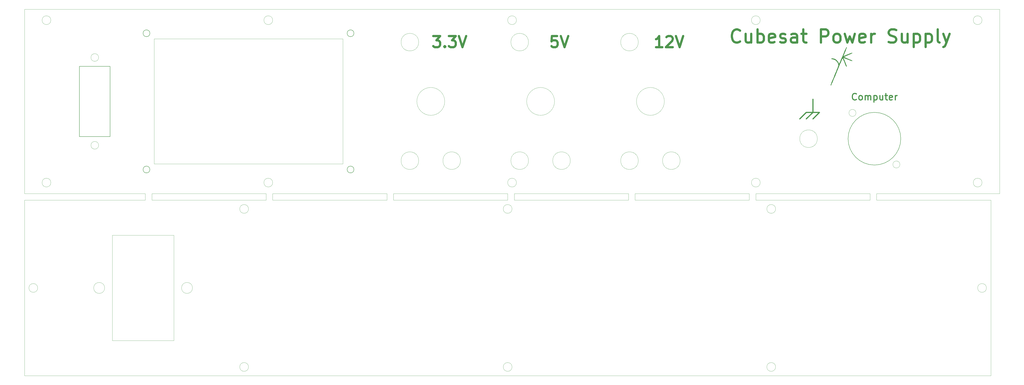
<source format=gto>
%TF.GenerationSoftware,KiCad,Pcbnew,(6.0.11)*%
%TF.CreationDate,2023-05-30T15:21:17-07:00*%
%TF.ProjectId,Cubesat_Power_Supply_Faceplates,43756265-7361-4745-9f50-6f7765725f53,rev?*%
%TF.SameCoordinates,Original*%
%TF.FileFunction,Legend,Top*%
%TF.FilePolarity,Positive*%
%FSLAX46Y46*%
G04 Gerber Fmt 4.6, Leading zero omitted, Abs format (unit mm)*
G04 Created by KiCad (PCBNEW (6.0.11)) date 2023-05-30 15:21:17*
%MOMM*%
%LPD*%
G01*
G04 APERTURE LIST*
%ADD10C,0.500000*%
%TA.AperFunction,Profile*%
%ADD11C,0.100000*%
%TD*%
%TA.AperFunction,Profile*%
%ADD12C,0.150000*%
%TD*%
%ADD13C,1.000000*%
G04 APERTURE END LIST*
D10*
X436000000Y-127000000D02*
X442000000Y-127000000D01*
X439000000Y-127000000D02*
X436000000Y-130000000D01*
X439000000Y-127000000D02*
X439000000Y-121000000D01*
X433000000Y-130000000D02*
X436000000Y-127000000D01*
X442000000Y-127000000D02*
X439000000Y-130000000D01*
D11*
X413000000Y-164000000D02*
X465000000Y-164000000D01*
X302000000Y-243000000D02*
G75*
G03*
X302000000Y-243000000I-2000000J0D01*
G01*
X304000000Y-159000000D02*
G75*
G03*
X304000000Y-159000000I-2000000J0D01*
G01*
X135000000Y-164000000D02*
X80000000Y-164000000D01*
X321350000Y-122000000D02*
G75*
G03*
X321350000Y-122000000I-6350000J0D01*
G01*
X465000000Y-164000000D02*
X465000000Y-167000000D01*
X300000000Y-167000000D02*
X248000000Y-167000000D01*
X328525000Y-149000000D02*
G75*
G03*
X328525000Y-149000000I-4000000J0D01*
G01*
X304000000Y-85000000D02*
G75*
G03*
X304000000Y-85000000I-2000000J0D01*
G01*
X248000000Y-167000000D02*
X248000000Y-164000000D01*
X478600000Y-150750000D02*
G75*
G03*
X478600000Y-150750000I-1600000J0D01*
G01*
X80000000Y-164000000D02*
X80000000Y-80000000D01*
X271350000Y-122000000D02*
G75*
G03*
X271350000Y-122000000I-6350000J0D01*
G01*
X80000000Y-80000000D02*
X524000000Y-80000000D01*
X415000000Y-85000000D02*
G75*
G03*
X415000000Y-85000000I-2000000J0D01*
G01*
X359475000Y-95000000D02*
G75*
G03*
X359475000Y-95000000I-4000000J0D01*
G01*
X468000000Y-164000000D02*
X468000000Y-167000000D01*
X524000000Y-80000000D02*
X524000000Y-164000000D01*
X520000000Y-247000000D02*
X80000000Y-247000000D01*
D12*
X230010000Y-153040000D02*
G75*
G03*
X230010000Y-153040000I-1550000J0D01*
G01*
X137090000Y-153040000D02*
G75*
G03*
X137090000Y-153040000I-1550000J0D01*
G01*
D11*
X193000000Y-85000000D02*
G75*
G03*
X193000000Y-85000000I-2000000J0D01*
G01*
X465000000Y-167000000D02*
X413000000Y-167000000D01*
X468000000Y-167000000D02*
X520000000Y-167000000D01*
X113750000Y-102000000D02*
G75*
G03*
X113750000Y-102000000I-1750000J0D01*
G01*
X309475000Y-95000000D02*
G75*
G03*
X309475000Y-95000000I-4000000J0D01*
G01*
X518000000Y-207000000D02*
G75*
G03*
X518000000Y-207000000I-2000000J0D01*
G01*
X413000000Y-167000000D02*
X413000000Y-164000000D01*
X441000000Y-139000000D02*
G75*
G03*
X441000000Y-139000000I-4000000J0D01*
G01*
X422000000Y-171000000D02*
G75*
G03*
X422000000Y-171000000I-2000000J0D01*
G01*
X245000000Y-164000000D02*
X245000000Y-167000000D01*
X355000000Y-167000000D02*
X303000000Y-167000000D01*
X358000000Y-164000000D02*
X410000000Y-164000000D01*
X520000000Y-167000000D02*
X520000000Y-247000000D01*
D12*
X230010000Y-90960000D02*
G75*
G03*
X230010000Y-90960000I-1550000J0D01*
G01*
D11*
X303000000Y-167000000D02*
X303000000Y-164000000D01*
X148000000Y-183000000D02*
X120000000Y-183000000D01*
X120000000Y-183000000D02*
X120000000Y-231000000D01*
X120000000Y-231000000D02*
X148000000Y-231000000D01*
X148000000Y-231000000D02*
X148000000Y-183000000D01*
X193000000Y-164000000D02*
X245000000Y-164000000D01*
X410000000Y-167000000D02*
X358000000Y-167000000D01*
D12*
X105000000Y-106000000D02*
X119000000Y-106000000D01*
X119000000Y-106000000D02*
X119000000Y-138000000D01*
X119000000Y-138000000D02*
X105000000Y-138000000D01*
X105000000Y-138000000D02*
X105000000Y-106000000D01*
D11*
X415000000Y-159000000D02*
G75*
G03*
X415000000Y-159000000I-2000000J0D01*
G01*
X80000000Y-247000000D02*
X80000000Y-167000000D01*
X135000000Y-167000000D02*
X135000000Y-164000000D01*
X371350000Y-122000000D02*
G75*
G03*
X371350000Y-122000000I-6350000J0D01*
G01*
X516000000Y-159000000D02*
G75*
G03*
X516000000Y-159000000I-2000000J0D01*
G01*
X92000000Y-85000000D02*
G75*
G03*
X92000000Y-85000000I-2000000J0D01*
G01*
X113750000Y-142000000D02*
G75*
G03*
X113750000Y-142000000I-1750000J0D01*
G01*
X359475000Y-149000000D02*
G75*
G03*
X359475000Y-149000000I-4000000J0D01*
G01*
X156500000Y-207000000D02*
G75*
G03*
X156500000Y-207000000I-2500000J0D01*
G01*
X92000000Y-159000000D02*
G75*
G03*
X92000000Y-159000000I-2000000J0D01*
G01*
X358000000Y-167000000D02*
X358000000Y-164000000D01*
X190000000Y-167000000D02*
X190000000Y-164000000D01*
X302000000Y-171000000D02*
G75*
G03*
X302000000Y-171000000I-2000000J0D01*
G01*
X378525000Y-149000000D02*
G75*
G03*
X378525000Y-149000000I-4000000J0D01*
G01*
X278525000Y-149000000D02*
G75*
G03*
X278525000Y-149000000I-4000000J0D01*
G01*
X355000000Y-164000000D02*
X355000000Y-167000000D01*
X245000000Y-167000000D02*
X193000000Y-167000000D01*
X309475000Y-149000000D02*
G75*
G03*
X309475000Y-149000000I-4000000J0D01*
G01*
D12*
X479000000Y-139000000D02*
G75*
G03*
X479000000Y-139000000I-12000000J0D01*
G01*
D11*
X182000000Y-243000000D02*
G75*
G03*
X182000000Y-243000000I-2000000J0D01*
G01*
X422000000Y-243000000D02*
G75*
G03*
X422000000Y-243000000I-2000000J0D01*
G01*
X458600000Y-127250000D02*
G75*
G03*
X458600000Y-127250000I-1600000J0D01*
G01*
X516000000Y-85000000D02*
G75*
G03*
X516000000Y-85000000I-2000000J0D01*
G01*
X86000000Y-207000000D02*
G75*
G03*
X86000000Y-207000000I-2000000J0D01*
G01*
X193000000Y-167000000D02*
X193000000Y-164000000D01*
X303000000Y-164000000D02*
X355000000Y-164000000D01*
X248000000Y-164000000D02*
X300000000Y-164000000D01*
X300000000Y-164000000D02*
X300000000Y-167000000D01*
X138000000Y-167000000D02*
X138000000Y-164000000D01*
X116500000Y-207000000D02*
G75*
G03*
X116500000Y-207000000I-2500000J0D01*
G01*
X182000000Y-171000000D02*
G75*
G03*
X182000000Y-171000000I-2000000J0D01*
G01*
X138000000Y-164000000D02*
X190000000Y-164000000D01*
X80000000Y-167000000D02*
X135000000Y-167000000D01*
X225000000Y-93500000D02*
X139000000Y-93500000D01*
X139000000Y-93500000D02*
X139000000Y-150500000D01*
X139000000Y-150500000D02*
X225000000Y-150500000D01*
X225000000Y-150500000D02*
X225000000Y-93500000D01*
X259475000Y-95000000D02*
G75*
G03*
X259475000Y-95000000I-4000000J0D01*
G01*
X410000000Y-164000000D02*
X410000000Y-167000000D01*
X259475000Y-149000000D02*
G75*
G03*
X259475000Y-149000000I-4000000J0D01*
G01*
X190000000Y-167000000D02*
X138000000Y-167000000D01*
D12*
X137090000Y-90960000D02*
G75*
G03*
X137090000Y-90960000I-1550000J0D01*
G01*
D11*
X524000000Y-164000000D02*
X468000000Y-164000000D01*
X193000000Y-159000000D02*
G75*
G03*
X193000000Y-159000000I-2000000J0D01*
G01*
D13*
X405785714Y-94642857D02*
X405500000Y-94928571D01*
X404642857Y-95214285D01*
X404071428Y-95214285D01*
X403214285Y-94928571D01*
X402642857Y-94357142D01*
X402357142Y-93785714D01*
X402071428Y-92642857D01*
X402071428Y-91785714D01*
X402357142Y-90642857D01*
X402642857Y-90071428D01*
X403214285Y-89500000D01*
X404071428Y-89214285D01*
X404642857Y-89214285D01*
X405500000Y-89500000D01*
X405785714Y-89785714D01*
X410928571Y-91214285D02*
X410928571Y-95214285D01*
X408357142Y-91214285D02*
X408357142Y-94357142D01*
X408642857Y-94928571D01*
X409214285Y-95214285D01*
X410071428Y-95214285D01*
X410642857Y-94928571D01*
X410928571Y-94642857D01*
X413785714Y-95214285D02*
X413785714Y-89214285D01*
X413785714Y-91500000D02*
X414357142Y-91214285D01*
X415500000Y-91214285D01*
X416071428Y-91500000D01*
X416357142Y-91785714D01*
X416642857Y-92357142D01*
X416642857Y-94071428D01*
X416357142Y-94642857D01*
X416071428Y-94928571D01*
X415500000Y-95214285D01*
X414357142Y-95214285D01*
X413785714Y-94928571D01*
X421500000Y-94928571D02*
X420928571Y-95214285D01*
X419785714Y-95214285D01*
X419214285Y-94928571D01*
X418928571Y-94357142D01*
X418928571Y-92071428D01*
X419214285Y-91500000D01*
X419785714Y-91214285D01*
X420928571Y-91214285D01*
X421500000Y-91500000D01*
X421785714Y-92071428D01*
X421785714Y-92642857D01*
X418928571Y-93214285D01*
X424071428Y-94928571D02*
X424642857Y-95214285D01*
X425785714Y-95214285D01*
X426357142Y-94928571D01*
X426642857Y-94357142D01*
X426642857Y-94071428D01*
X426357142Y-93500000D01*
X425785714Y-93214285D01*
X424928571Y-93214285D01*
X424357142Y-92928571D01*
X424071428Y-92357142D01*
X424071428Y-92071428D01*
X424357142Y-91500000D01*
X424928571Y-91214285D01*
X425785714Y-91214285D01*
X426357142Y-91500000D01*
X431785714Y-95214285D02*
X431785714Y-92071428D01*
X431500000Y-91500000D01*
X430928571Y-91214285D01*
X429785714Y-91214285D01*
X429214285Y-91500000D01*
X431785714Y-94928571D02*
X431214285Y-95214285D01*
X429785714Y-95214285D01*
X429214285Y-94928571D01*
X428928571Y-94357142D01*
X428928571Y-93785714D01*
X429214285Y-93214285D01*
X429785714Y-92928571D01*
X431214285Y-92928571D01*
X431785714Y-92642857D01*
X433785714Y-91214285D02*
X436071428Y-91214285D01*
X434642857Y-89214285D02*
X434642857Y-94357142D01*
X434928571Y-94928571D01*
X435500000Y-95214285D01*
X436071428Y-95214285D01*
X442642857Y-95214285D02*
X442642857Y-89214285D01*
X444928571Y-89214285D01*
X445500000Y-89500000D01*
X445785714Y-89785714D01*
X446071428Y-90357142D01*
X446071428Y-91214285D01*
X445785714Y-91785714D01*
X445500000Y-92071428D01*
X444928571Y-92357142D01*
X442642857Y-92357142D01*
X449500000Y-95214285D02*
X448928571Y-94928571D01*
X448642857Y-94642857D01*
X448357142Y-94071428D01*
X448357142Y-92357142D01*
X448642857Y-91785714D01*
X448928571Y-91500000D01*
X449500000Y-91214285D01*
X450357142Y-91214285D01*
X450928571Y-91500000D01*
X451214285Y-91785714D01*
X451500000Y-92357142D01*
X451500000Y-94071428D01*
X451214285Y-94642857D01*
X450928571Y-94928571D01*
X450357142Y-95214285D01*
X449500000Y-95214285D01*
X453500000Y-91214285D02*
X454642857Y-95214285D01*
X455785714Y-92357142D01*
X456928571Y-95214285D01*
X458071428Y-91214285D01*
X462642857Y-94928571D02*
X462071428Y-95214285D01*
X460928571Y-95214285D01*
X460357142Y-94928571D01*
X460071428Y-94357142D01*
X460071428Y-92071428D01*
X460357142Y-91500000D01*
X460928571Y-91214285D01*
X462071428Y-91214285D01*
X462642857Y-91500000D01*
X462928571Y-92071428D01*
X462928571Y-92642857D01*
X460071428Y-93214285D01*
X465499999Y-95214285D02*
X465499999Y-91214285D01*
X465499999Y-92357142D02*
X465785714Y-91785714D01*
X466071428Y-91500000D01*
X466642857Y-91214285D01*
X467214285Y-91214285D01*
X473500000Y-94928571D02*
X474357142Y-95214285D01*
X475785714Y-95214285D01*
X476357142Y-94928571D01*
X476642857Y-94642857D01*
X476928571Y-94071428D01*
X476928571Y-93500000D01*
X476642857Y-92928571D01*
X476357142Y-92642857D01*
X475785714Y-92357142D01*
X474642857Y-92071428D01*
X474071428Y-91785714D01*
X473785714Y-91500000D01*
X473500000Y-90928571D01*
X473500000Y-90357142D01*
X473785714Y-89785714D01*
X474071428Y-89500000D01*
X474642857Y-89214285D01*
X476071428Y-89214285D01*
X476928571Y-89500000D01*
X482071428Y-91214285D02*
X482071428Y-95214285D01*
X479500000Y-91214285D02*
X479500000Y-94357142D01*
X479785714Y-94928571D01*
X480357142Y-95214285D01*
X481214285Y-95214285D01*
X481785714Y-94928571D01*
X482071428Y-94642857D01*
X484928571Y-91214285D02*
X484928571Y-97214285D01*
X484928571Y-91500000D02*
X485500000Y-91214285D01*
X486642857Y-91214285D01*
X487214285Y-91500000D01*
X487500000Y-91785714D01*
X487785714Y-92357142D01*
X487785714Y-94071428D01*
X487500000Y-94642857D01*
X487214285Y-94928571D01*
X486642857Y-95214285D01*
X485500000Y-95214285D01*
X484928571Y-94928571D01*
X490357142Y-91214285D02*
X490357142Y-97214285D01*
X490357142Y-91500000D02*
X490928571Y-91214285D01*
X492071428Y-91214285D01*
X492642857Y-91500000D01*
X492928571Y-91785714D01*
X493214285Y-92357142D01*
X493214285Y-94071428D01*
X492928571Y-94642857D01*
X492642857Y-94928571D01*
X492071428Y-95214285D01*
X490928571Y-95214285D01*
X490357142Y-94928571D01*
X496642857Y-95214285D02*
X496071428Y-94928571D01*
X495785714Y-94357142D01*
X495785714Y-89214285D01*
X498357142Y-91214285D02*
X499785714Y-95214285D01*
X501214285Y-91214285D02*
X499785714Y-95214285D01*
X499214285Y-96642857D01*
X498928571Y-96928571D01*
X498357142Y-97214285D01*
X322547619Y-92261904D02*
X320166666Y-92261904D01*
X319928571Y-94642857D01*
X320166666Y-94404761D01*
X320642857Y-94166666D01*
X321833333Y-94166666D01*
X322309523Y-94404761D01*
X322547619Y-94642857D01*
X322785714Y-95119047D01*
X322785714Y-96309523D01*
X322547619Y-96785714D01*
X322309523Y-97023809D01*
X321833333Y-97261904D01*
X320642857Y-97261904D01*
X320166666Y-97023809D01*
X319928571Y-96785714D01*
X324214285Y-92261904D02*
X325880952Y-97261904D01*
X327547619Y-92261904D01*
X370404761Y-97261904D02*
X367547619Y-97261904D01*
X368976190Y-97261904D02*
X368976190Y-92261904D01*
X368500000Y-92976190D01*
X368023809Y-93452380D01*
X367547619Y-93690476D01*
X372309523Y-92738095D02*
X372547619Y-92500000D01*
X373023809Y-92261904D01*
X374214285Y-92261904D01*
X374690476Y-92500000D01*
X374928571Y-92738095D01*
X375166666Y-93214285D01*
X375166666Y-93690476D01*
X374928571Y-94404761D01*
X372071428Y-97261904D01*
X375166666Y-97261904D01*
X376595238Y-92261904D02*
X378261904Y-97261904D01*
X379928571Y-92261904D01*
D10*
X458785714Y-121071428D02*
X458642857Y-121214285D01*
X458214285Y-121357142D01*
X457928571Y-121357142D01*
X457500000Y-121214285D01*
X457214285Y-120928571D01*
X457071428Y-120642857D01*
X456928571Y-120071428D01*
X456928571Y-119642857D01*
X457071428Y-119071428D01*
X457214285Y-118785714D01*
X457500000Y-118500000D01*
X457928571Y-118357142D01*
X458214285Y-118357142D01*
X458642857Y-118500000D01*
X458785714Y-118642857D01*
X460500000Y-121357142D02*
X460214285Y-121214285D01*
X460071428Y-121071428D01*
X459928571Y-120785714D01*
X459928571Y-119928571D01*
X460071428Y-119642857D01*
X460214285Y-119500000D01*
X460500000Y-119357142D01*
X460928571Y-119357142D01*
X461214285Y-119500000D01*
X461357142Y-119642857D01*
X461500000Y-119928571D01*
X461500000Y-120785714D01*
X461357142Y-121071428D01*
X461214285Y-121214285D01*
X460928571Y-121357142D01*
X460500000Y-121357142D01*
X462785714Y-121357142D02*
X462785714Y-119357142D01*
X462785714Y-119642857D02*
X462928571Y-119500000D01*
X463214285Y-119357142D01*
X463642857Y-119357142D01*
X463928571Y-119500000D01*
X464071428Y-119785714D01*
X464071428Y-121357142D01*
X464071428Y-119785714D02*
X464214285Y-119500000D01*
X464500000Y-119357142D01*
X464928571Y-119357142D01*
X465214285Y-119500000D01*
X465357142Y-119785714D01*
X465357142Y-121357142D01*
X466785714Y-119357142D02*
X466785714Y-122357142D01*
X466785714Y-119500000D02*
X467071428Y-119357142D01*
X467642857Y-119357142D01*
X467928571Y-119500000D01*
X468071428Y-119642857D01*
X468214285Y-119928571D01*
X468214285Y-120785714D01*
X468071428Y-121071428D01*
X467928571Y-121214285D01*
X467642857Y-121357142D01*
X467071428Y-121357142D01*
X466785714Y-121214285D01*
X470785714Y-119357142D02*
X470785714Y-121357142D01*
X469500000Y-119357142D02*
X469500000Y-120928571D01*
X469642857Y-121214285D01*
X469928571Y-121357142D01*
X470357142Y-121357142D01*
X470642857Y-121214285D01*
X470785714Y-121071428D01*
X471785714Y-119357142D02*
X472928571Y-119357142D01*
X472214285Y-118357142D02*
X472214285Y-120928571D01*
X472357142Y-121214285D01*
X472642857Y-121357142D01*
X472928571Y-121357142D01*
X475071428Y-121214285D02*
X474785714Y-121357142D01*
X474214285Y-121357142D01*
X473928571Y-121214285D01*
X473785714Y-120928571D01*
X473785714Y-119785714D01*
X473928571Y-119500000D01*
X474214285Y-119357142D01*
X474785714Y-119357142D01*
X475071428Y-119500000D01*
X475214285Y-119785714D01*
X475214285Y-120071428D01*
X473785714Y-120357142D01*
X476500000Y-121357142D02*
X476500000Y-119357142D01*
X476500000Y-119928571D02*
X476642857Y-119642857D01*
X476785714Y-119500000D01*
X477071428Y-119357142D01*
X477357142Y-119357142D01*
D13*
X266119047Y-92261904D02*
X269214285Y-92261904D01*
X267547619Y-94166666D01*
X268261904Y-94166666D01*
X268738095Y-94404761D01*
X268976190Y-94642857D01*
X269214285Y-95119047D01*
X269214285Y-96309523D01*
X268976190Y-96785714D01*
X268738095Y-97023809D01*
X268261904Y-97261904D01*
X266833333Y-97261904D01*
X266357142Y-97023809D01*
X266119047Y-96785714D01*
X271357142Y-96785714D02*
X271595238Y-97023809D01*
X271357142Y-97261904D01*
X271119047Y-97023809D01*
X271357142Y-96785714D01*
X271357142Y-97261904D01*
X273261904Y-92261904D02*
X276357142Y-92261904D01*
X274690476Y-94166666D01*
X275404761Y-94166666D01*
X275880952Y-94404761D01*
X276119047Y-94642857D01*
X276357142Y-95119047D01*
X276357142Y-96309523D01*
X276119047Y-96785714D01*
X275880952Y-97023809D01*
X275404761Y-97261904D01*
X273976190Y-97261904D01*
X273500000Y-97023809D01*
X273261904Y-96785714D01*
X277785714Y-92261904D02*
X279452380Y-97261904D01*
X281119047Y-92261904D01*
%TO.C,G\u002A\u002A\u002A*%
G36*
X454365116Y-97305332D02*
G01*
X454415106Y-97340146D01*
X454423518Y-97426206D01*
X454376634Y-97621088D01*
X454271002Y-97934581D01*
X454103170Y-98376473D01*
X453869685Y-98956549D01*
X453701967Y-99362222D01*
X453481495Y-99894425D01*
X453285696Y-100372485D01*
X453123140Y-100775022D01*
X453002401Y-101080661D01*
X452932050Y-101268023D01*
X452917613Y-101318246D01*
X452997870Y-101294286D01*
X453212493Y-101213555D01*
X453539666Y-101084716D01*
X453957576Y-100916434D01*
X454444408Y-100717370D01*
X454783050Y-100577412D01*
X455311874Y-100360604D01*
X455794754Y-100167609D01*
X456207770Y-100007587D01*
X456527002Y-99889698D01*
X456728533Y-99823101D01*
X456782989Y-99811573D01*
X456914549Y-99878977D01*
X456937333Y-99967912D01*
X456906937Y-100031324D01*
X456805255Y-100112463D01*
X456616543Y-100219117D01*
X456325059Y-100359076D01*
X455915059Y-100540129D01*
X455370801Y-100770067D01*
X455033830Y-100909753D01*
X454508420Y-101129536D01*
X454041602Y-101330512D01*
X453654167Y-101503257D01*
X453366907Y-101638349D01*
X453200612Y-101726365D01*
X453167586Y-101755541D01*
X453253284Y-101803511D01*
X453473569Y-101905455D01*
X453806131Y-102051660D01*
X454228658Y-102232410D01*
X454718839Y-102437992D01*
X455039338Y-102570533D01*
X455560579Y-102788826D01*
X456027930Y-102991909D01*
X456418919Y-103169415D01*
X456711072Y-103310975D01*
X456881916Y-103406221D01*
X456916824Y-103436764D01*
X456903555Y-103589369D01*
X456868363Y-103639743D01*
X456782902Y-103649065D01*
X456590631Y-103603624D01*
X456281221Y-103499800D01*
X455844345Y-103333973D01*
X455269678Y-103102522D01*
X454901950Y-102950445D01*
X454376759Y-102734327D01*
X453904560Y-102544937D01*
X453507325Y-102390684D01*
X453207027Y-102279979D01*
X453025639Y-102221233D01*
X452981385Y-102215298D01*
X452999688Y-102302870D01*
X453075487Y-102524458D01*
X453200407Y-102858083D01*
X453366073Y-103281766D01*
X453564109Y-103773527D01*
X453714107Y-104138288D01*
X453975678Y-104776825D01*
X454171222Y-105275167D01*
X454304238Y-105647522D01*
X454378221Y-105908096D01*
X454396670Y-106071098D01*
X454363080Y-106150735D01*
X454280950Y-106161215D01*
X454206558Y-106138972D01*
X454139114Y-106049782D01*
X454021101Y-105828203D01*
X453864398Y-105499243D01*
X453680883Y-105087912D01*
X453482434Y-104619218D01*
X453467326Y-104582563D01*
X453196508Y-103924094D01*
X452983042Y-103406400D01*
X452819438Y-103013833D01*
X452698207Y-102730740D01*
X452611858Y-102541473D01*
X452552903Y-102430380D01*
X452513852Y-102381811D01*
X452487215Y-102380115D01*
X452465503Y-102409642D01*
X452445492Y-102447302D01*
X452401442Y-102545984D01*
X452297911Y-102788793D01*
X452140060Y-103163351D01*
X451933054Y-103657277D01*
X451682057Y-104258191D01*
X451392232Y-104953713D01*
X451068743Y-105731463D01*
X450716754Y-106579063D01*
X450341428Y-107484131D01*
X449947930Y-108434288D01*
X449902861Y-108543192D01*
X449507701Y-109496803D01*
X449129891Y-110405980D01*
X448774607Y-111258425D01*
X448447023Y-112041840D01*
X448152316Y-112743926D01*
X447895661Y-113352386D01*
X447682233Y-113854921D01*
X447517208Y-114239232D01*
X447405762Y-114493022D01*
X447353069Y-114603993D01*
X447350984Y-114607073D01*
X447208397Y-114706858D01*
X447092248Y-114646197D01*
X447062668Y-114587776D01*
X447076557Y-114468107D01*
X447147478Y-114224703D01*
X447264872Y-113889083D01*
X447418175Y-113492769D01*
X447481103Y-113338943D01*
X448001274Y-112085984D01*
X448460453Y-110979806D01*
X448862375Y-110010717D01*
X449210777Y-109169024D01*
X449509393Y-108445034D01*
X449761959Y-107829054D01*
X449972211Y-107311393D01*
X450143884Y-106882356D01*
X450280714Y-106532252D01*
X450386436Y-106251388D01*
X450464786Y-106030071D01*
X450519499Y-105858608D01*
X450554312Y-105727307D01*
X450572958Y-105626475D01*
X450579175Y-105546420D01*
X450576697Y-105477448D01*
X450569261Y-105409866D01*
X450561751Y-105345506D01*
X450452150Y-104877596D01*
X450234545Y-104379500D01*
X449942072Y-103914593D01*
X449632370Y-103567964D01*
X449149662Y-103221744D01*
X448579755Y-102954099D01*
X447996586Y-102798227D01*
X447885058Y-102783407D01*
X447610808Y-102744786D01*
X447467243Y-102692744D01*
X447415776Y-102609308D01*
X447412333Y-102563240D01*
X447432806Y-102463409D01*
X447521839Y-102414953D01*
X447720852Y-102402747D01*
X447846296Y-102404769D01*
X448504371Y-102502734D01*
X449140856Y-102751546D01*
X449724100Y-103133021D01*
X450222453Y-103628972D01*
X450403671Y-103874255D01*
X450583271Y-104166909D01*
X450725632Y-104442169D01*
X450798860Y-104636938D01*
X450856321Y-104814831D01*
X450917550Y-104891506D01*
X450919042Y-104891573D01*
X450963149Y-104815724D01*
X451064854Y-104598253D01*
X451217664Y-104254271D01*
X451415084Y-103798892D01*
X451650619Y-103247228D01*
X451917777Y-102614392D01*
X452210063Y-101915497D01*
X452520983Y-101165654D01*
X452542148Y-101114385D01*
X452855514Y-100359636D01*
X453152387Y-99653356D01*
X453426052Y-99010910D01*
X453669793Y-98447659D01*
X453876894Y-97978964D01*
X454040641Y-97620190D01*
X454154317Y-97386698D01*
X454211209Y-97293851D01*
X454212524Y-97293142D01*
X454365116Y-97305332D01*
G37*
%TD*%
%LPC*%
M02*

</source>
